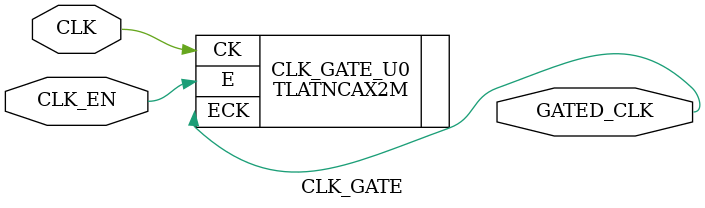
<source format=v>


module CLK_GATE (
input      CLK_EN,
input      CLK,
output     GATED_CLK
);



TLATNCAX2M CLK_GATE_U0(.E(CLK_EN),.CK(CLK),.ECK(GATED_CLK));


/*
//internal connections
reg     Latch_Out ;

//latch (Level Sensitive Device)
always @(CLK or CLK_EN)
 begin
  if(!CLK)      // active low
   begin
    Latch_Out <= CLK_EN ;
   end
 end
 
 
// ANDING
assign  GATED_CLK = CLK && Latch_Out ;



*/

endmodule

</source>
